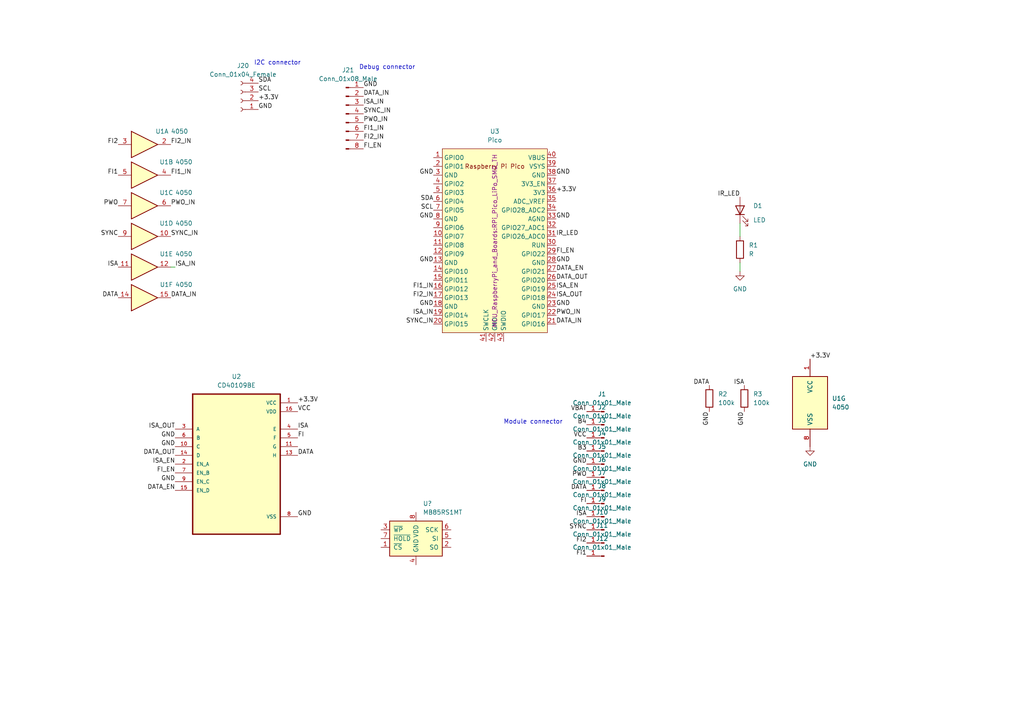
<source format=kicad_sch>
(kicad_sch (version 20211123) (generator eeschema)
  (paper "A4")
  (lib_symbols
    (symbol "4xxx:4050" (pin_names (offset 1.016))
      (property "Reference" "U" (at 0 1.27 0))
      (property "Value" "4050" (at 0 -1.27 0))
      (symbol "4050_1_0"
        (polyline (pts (xy -3.81 3.81) (xy -3.81 -3.81) (xy 3.81 0) (xy -3.81 3.81)) (stroke (width 0.254)) (fill (type background)))
        (pin output line (at 7.62 0 180) (length 3.81) (name "~") (number "2"))
        (pin input line (at -7.62 0 0) (length 3.81) (name "~") (number "3"))
      )
      (symbol "4050_2_0"
        (polyline (pts (xy -3.81 3.81) (xy -3.81 -3.81) (xy 3.81 0) (xy -3.81 3.81)) (stroke (width 0.254)) (fill (type background)))
        (pin output line (at 7.62 0 180) (length 3.81) (name "~") (number "4"))
        (pin input line (at -7.62 0 0) (length 3.81) (name "~") (number "5"))
      )
      (symbol "4050_3_0"
        (polyline (pts (xy -3.81 3.81) (xy -3.81 -3.81) (xy 3.81 0) (xy -3.81 3.81)) (stroke (width 0.254)) (fill (type background)))
        (pin output line (at 7.62 0 180) (length 3.81) (name "~") (number "6"))
        (pin input line (at -7.62 0 0) (length 3.81) (name "~") (number "7"))
      )
      (symbol "4050_4_0"
        (polyline (pts (xy -3.81 3.81) (xy -3.81 -3.81) (xy 3.81 0) (xy -3.81 3.81)) (stroke (width 0.254)) (fill (type background)))
        (pin output line (at 7.62 0 180) (length 3.81) (name "~") (number "10"))
        (pin input line (at -7.62 0 0) (length 3.81) (name "~") (number "9"))
      )
      (symbol "4050_5_0"
        (polyline (pts (xy -3.81 3.81) (xy -3.81 -3.81) (xy 3.81 0) (xy -3.81 3.81)) (stroke (width 0.254)) (fill (type background)))
        (pin input line (at -7.62 0 0) (length 3.81) (name "~") (number "11"))
        (pin output line (at 7.62 0 180) (length 3.81) (name "~") (number "12"))
      )
      (symbol "4050_6_0"
        (polyline (pts (xy -3.81 3.81) (xy -3.81 -3.81) (xy 3.81 0) (xy -3.81 3.81)) (stroke (width 0.254)) (fill (type background)))
        (pin input line (at -7.62 0 0) (length 3.81) (name "~") (number "14"))
        (pin output line (at 7.62 0 180) (length 3.81) (name "~") (number "15"))
      )
      (symbol "4050_7_0"
        (pin power_in line (at 0 12.7 270) (length 5.08) (name "VCC") (number "1"))
        (pin power_in line (at 0 -12.7 90) (length 5.08) (name "VSS") (number "8"))
      )
      (symbol "4050_7_1"
        (rectangle (start -5.08 7.62) (end 5.08 -7.62) (stroke (width 0.254)) (fill (type background)))
      )
    )
    (symbol "CD40109BE:CD40109BE" (pin_names (offset 1.016))
      (property "Reference" "U" (at -12.7 21.32 0))
      (property "Value" "CD40109BE" (at -12.7 -24.32 0))
      (symbol "CD40109BE_0_0"
        (rectangle (start -12.7 -20.32) (end 12.7 20.32) (stroke (width 0.41)) (fill (type background)))
        (pin power_in line (at 17.78 17.78 180) (length 5.08) (name "VCC") (number "1"))
        (pin input line (at -17.78 5.08 0) (length 5.08) (name "C") (number "10"))
        (pin output line (at 17.78 5.08 180) (length 5.08) (name "G") (number "11"))
        (pin output line (at 17.78 2.54 180) (length 5.08) (name "H") (number "13"))
        (pin input line (at -17.78 2.54 0) (length 5.08) (name "D") (number "14"))
        (pin input line (at -17.78 -7.62 0) (length 5.08) (name "EN_D") (number "15"))
        (pin power_in line (at 17.78 15.24 180) (length 5.08) (name "VDD") (number "16"))
        (pin input line (at -17.78 0 0) (length 5.08) (name "EN_A") (number "2"))
        (pin input line (at -17.78 10.16 0) (length 5.08) (name "A") (number "3"))
        (pin output line (at 17.78 10.16 180) (length 5.08) (name "E") (number "4"))
        (pin output line (at 17.78 7.62 180) (length 5.08) (name "F") (number "5"))
        (pin input line (at -17.78 7.62 0) (length 5.08) (name "B") (number "6"))
        (pin input line (at -17.78 -2.54 0) (length 5.08) (name "EN_B") (number "7"))
        (pin power_in line (at 17.78 -15.24 180) (length 5.08) (name "VSS") (number "8"))
        (pin input line (at -17.78 -5.08 0) (length 5.08) (name "EN_C") (number "9"))
      )
    )
    (symbol "Connector:Conn_01x01_Male" (pin_names (offset 1.016) hide)
      (property "Reference" "J" (at 0 2.54 0))
      (property "Value" "Conn_01x01_Male" (at 0 -2.54 0))
      (symbol "Conn_01x01_Male_1_1"
        (polyline (pts (xy 1.27 0) (xy 0.8636 0)) (stroke (width 0.1524)))
        (rectangle (start 0.8636 0.127) (end 0 -0.127) (stroke (width 0.1524)) (fill (type outline)))
        (pin passive line (at 5.08 0 180) (length 3.81) (name "Pin_1") (number "1"))
      )
    )
    (symbol "Connector:Conn_01x04_Female" (pin_names (offset 1.016) hide)
      (property "Reference" "J" (at 0 5.08 0))
      (property "Value" "Conn_01x04_Female" (at 0 -7.62 0))
      (symbol "Conn_01x04_Female_1_1"
        (arc (start 0 -4.572) (mid -0.508 -5.08) (end 0 -5.588) (stroke (width 0.1524)))
        (arc (start 0 -2.032) (mid -0.508 -2.54) (end 0 -3.048) (stroke (width 0.1524)))
        (polyline (pts (xy -1.27 -5.08) (xy -0.508 -5.08)) (stroke (width 0.1524)))
        (polyline (pts (xy -1.27 -2.54) (xy -0.508 -2.54)) (stroke (width 0.1524)))
        (polyline (pts (xy -1.27 0) (xy -0.508 0)) (stroke (width 0.1524)))
        (polyline (pts (xy -1.27 2.54) (xy -0.508 2.54)) (stroke (width 0.1524)))
        (arc (start 0 0.508) (mid -0.508 0) (end 0 -0.508) (stroke (width 0.1524)))
        (arc (start 0 3.048) (mid -0.508 2.54) (end 0 2.032) (stroke (width 0.1524)))
        (pin passive line (at -5.08 2.54 0) (length 3.81) (name "Pin_1") (number "1"))
        (pin passive line (at -5.08 0 0) (length 3.81) (name "Pin_2") (number "2"))
        (pin passive line (at -5.08 -2.54 0) (length 3.81) (name "Pin_3") (number "3"))
        (pin passive line (at -5.08 -5.08 0) (length 3.81) (name "Pin_4") (number "4"))
      )
    )
    (symbol "Connector:Conn_01x08_Male" (pin_names (offset 1.016) hide)
      (property "Reference" "J" (at 0 10.16 0))
      (property "Value" "Conn_01x08_Male" (at 0 -12.7 0))
      (symbol "Conn_01x08_Male_1_1"
        (polyline (pts (xy 1.27 -10.16) (xy 0.8636 -10.16)) (stroke (width 0.1524)))
        (polyline (pts (xy 1.27 -7.62) (xy 0.8636 -7.62)) (stroke (width 0.1524)))
        (polyline (pts (xy 1.27 -5.08) (xy 0.8636 -5.08)) (stroke (width 0.1524)))
        (polyline (pts (xy 1.27 -2.54) (xy 0.8636 -2.54)) (stroke (width 0.1524)))
        (polyline (pts (xy 1.27 0) (xy 0.8636 0)) (stroke (width 0.1524)))
        (polyline (pts (xy 1.27 2.54) (xy 0.8636 2.54)) (stroke (width 0.1524)))
        (polyline (pts (xy 1.27 5.08) (xy 0.8636 5.08)) (stroke (width 0.1524)))
        (polyline (pts (xy 1.27 7.62) (xy 0.8636 7.62)) (stroke (width 0.1524)))
        (rectangle (start 0.8636 -10.033) (end 0 -10.287) (stroke (width 0.1524)) (fill (type outline)))
        (rectangle (start 0.8636 -7.493) (end 0 -7.747) (stroke (width 0.1524)) (fill (type outline)))
        (rectangle (start 0.8636 -4.953) (end 0 -5.207) (stroke (width 0.1524)) (fill (type outline)))
        (rectangle (start 0.8636 -2.413) (end 0 -2.667) (stroke (width 0.1524)) (fill (type outline)))
        (rectangle (start 0.8636 0.127) (end 0 -0.127) (stroke (width 0.1524)) (fill (type outline)))
        (rectangle (start 0.8636 2.667) (end 0 2.413) (stroke (width 0.1524)) (fill (type outline)))
        (rectangle (start 0.8636 5.207) (end 0 4.953) (stroke (width 0.1524)) (fill (type outline)))
        (rectangle (start 0.8636 7.747) (end 0 7.493) (stroke (width 0.1524)) (fill (type outline)))
        (pin passive line (at 5.08 7.62 180) (length 3.81) (name "Pin_1") (number "1"))
        (pin passive line (at 5.08 5.08 180) (length 3.81) (name "Pin_2") (number "2"))
        (pin passive line (at 5.08 2.54 180) (length 3.81) (name "Pin_3") (number "3"))
        (pin passive line (at 5.08 0 180) (length 3.81) (name "Pin_4") (number "4"))
        (pin passive line (at 5.08 -2.54 180) (length 3.81) (name "Pin_5") (number "5"))
        (pin passive line (at 5.08 -5.08 180) (length 3.81) (name "Pin_6") (number "6"))
        (pin passive line (at 5.08 -7.62 180) (length 3.81) (name "Pin_7") (number "7"))
        (pin passive line (at 5.08 -10.16 180) (length 3.81) (name "Pin_8") (number "8"))
      )
    )
    (symbol "Device:LED" (pin_numbers hide) (pin_names (offset 1.016) hide)
      (property "Reference" "D" (at 0 2.54 0))
      (property "Value" "LED" (at 0 -2.54 0))
      (symbol "LED_0_1"
        (polyline (pts (xy -1.27 -1.27) (xy -1.27 1.27)) (stroke (width 0.254)))
        (polyline (pts (xy -1.27 0) (xy 1.27 0)))
        (polyline (pts (xy 1.27 -1.27) (xy 1.27 1.27) (xy -1.27 0) (xy 1.27 -1.27)) (stroke (width 0.254)))
        (polyline (pts (xy -3.048 -0.762) (xy -4.572 -2.286) (xy -3.81 -2.286) (xy -4.572 -2.286) (xy -4.572 -1.524)))
        (polyline (pts (xy -1.778 -0.762) (xy -3.302 -2.286) (xy -2.54 -2.286) (xy -3.302 -2.286) (xy -3.302 -1.524)))
      )
      (symbol "LED_1_1"
        (pin passive line (at -3.81 0 0) (length 2.54) (name "K") (number "1"))
        (pin passive line (at 3.81 0 180) (length 2.54) (name "A") (number "2"))
      )
    )
    (symbol "Device:R" (pin_numbers hide) (pin_names (offset 0))
      (property "Reference" "R" (at 2.032 0 90))
      (property "Value" "R" (at 0 0 90))
      (symbol "R_0_1"
        (rectangle (start -1.016 -2.54) (end 1.016 2.54) (stroke (width 0.254)))
      )
      (symbol "R_1_1"
        (pin passive line (at 0 3.81 270) (length 1.27) (name "~") (number "1"))
        (pin passive line (at 0 -3.81 90) (length 1.27) (name "~") (number "2"))
      )
    )
    (symbol "MCU_RaspberryPi_and_Boards:Pico"
      (property "Reference" "U" (at -13.97 27.94 0))
      (property "Value" "Pico" (at 0 19.05 0))
      (symbol "Pico_0_0"
        (text "Raspberry Pi Pico" (at 0 21.59 0) (effects (font (size 1.27 1.27))))
      )
      (symbol "Pico_0_1"
        (rectangle (start -15.24 26.67) (end 15.24 -26.67) (fill (type background)))
      )
      (symbol "Pico_1_1"
        (pin bidirectional line (at -17.78 24.13 0) (length 2.54) (name "GPIO0") (number "1"))
        (pin bidirectional line (at -17.78 1.27 0) (length 2.54) (name "GPIO7") (number "10"))
        (pin bidirectional line (at -17.78 -1.27 0) (length 2.54) (name "GPIO8") (number "11"))
        (pin bidirectional line (at -17.78 -3.81 0) (length 2.54) (name "GPIO9") (number "12"))
        (pin power_in line (at -17.78 -6.35 0) (length 2.54) (name "GND") (number "13"))
        (pin bidirectional line (at -17.78 -8.89 0) (length 2.54) (name "GPIO10") (number "14"))
        (pin bidirectional line (at -17.78 -11.43 0) (length 2.54) (name "GPIO11") (number "15"))
        (pin bidirectional line (at -17.78 -13.97 0) (length 2.54) (name "GPIO12") (number "16"))
        (pin bidirectional line (at -17.78 -16.51 0) (length 2.54) (name "GPIO13") (number "17"))
        (pin power_in line (at -17.78 -19.05 0) (length 2.54) (name "GND") (number "18"))
        (pin bidirectional line (at -17.78 -21.59 0) (length 2.54) (name "GPIO14") (number "19"))
        (pin bidirectional line (at -17.78 21.59 0) (length 2.54) (name "GPIO1") (number "2"))
        (pin bidirectional line (at -17.78 -24.13 0) (length 2.54) (name "GPIO15") (number "20"))
        (pin bidirectional line (at 17.78 -24.13 180) (length 2.54) (name "GPIO16") (number "21"))
        (pin bidirectional line (at 17.78 -21.59 180) (length 2.54) (name "GPIO17") (number "22"))
        (pin power_in line (at 17.78 -19.05 180) (length 2.54) (name "GND") (number "23"))
        (pin bidirectional line (at 17.78 -16.51 180) (length 2.54) (name "GPIO18") (number "24"))
        (pin bidirectional line (at 17.78 -13.97 180) (length 2.54) (name "GPIO19") (number "25"))
        (pin bidirectional line (at 17.78 -11.43 180) (length 2.54) (name "GPIO20") (number "26"))
        (pin bidirectional line (at 17.78 -8.89 180) (length 2.54) (name "GPIO21") (number "27"))
        (pin power_in line (at 17.78 -6.35 180) (length 2.54) (name "GND") (number "28"))
        (pin bidirectional line (at 17.78 -3.81 180) (length 2.54) (name "GPIO22") (number "29"))
        (pin power_in line (at -17.78 19.05 0) (length 2.54) (name "GND") (number "3"))
        (pin input line (at 17.78 -1.27 180) (length 2.54) (name "RUN") (number "30"))
        (pin bidirectional line (at 17.78 1.27 180) (length 2.54) (name "GPIO26_ADC0") (number "31"))
        (pin bidirectional line (at 17.78 3.81 180) (length 2.54) (name "GPIO27_ADC1") (number "32"))
        (pin power_in line (at 17.78 6.35 180) (length 2.54) (name "AGND") (number "33"))
        (pin bidirectional line (at 17.78 8.89 180) (length 2.54) (name "GPIO28_ADC2") (number "34"))
        (pin power_in line (at 17.78 11.43 180) (length 2.54) (name "ADC_VREF") (number "35"))
        (pin power_in line (at 17.78 13.97 180) (length 2.54) (name "3V3") (number "36"))
        (pin input line (at 17.78 16.51 180) (length 2.54) (name "3V3_EN") (number "37"))
        (pin bidirectional line (at 17.78 19.05 180) (length 2.54) (name "GND") (number "38"))
        (pin power_in line (at 17.78 21.59 180) (length 2.54) (name "VSYS") (number "39"))
        (pin bidirectional line (at -17.78 16.51 0) (length 2.54) (name "GPIO2") (number "4"))
        (pin power_in line (at 17.78 24.13 180) (length 2.54) (name "VBUS") (number "40"))
        (pin input line (at -2.54 -29.21 90) (length 2.54) (name "SWCLK") (number "41"))
        (pin power_in line (at 0 -29.21 90) (length 2.54) (name "GND") (number "42"))
        (pin bidirectional line (at 2.54 -29.21 90) (length 2.54) (name "SWDIO") (number "43"))
        (pin bidirectional line (at -17.78 13.97 0) (length 2.54) (name "GPIO3") (number "5"))
        (pin bidirectional line (at -17.78 11.43 0) (length 2.54) (name "GPIO4") (number "6"))
        (pin bidirectional line (at -17.78 8.89 0) (length 2.54) (name "GPIO5") (number "7"))
        (pin power_in line (at -17.78 6.35 0) (length 2.54) (name "GND") (number "8"))
        (pin bidirectional line (at -17.78 3.81 0) (length 2.54) (name "GPIO6") (number "9"))
      )
    )
    (symbol "Memory_NVRAM:MB85RS1MT" (pin_names (offset 1.016))
      (property "Reference" "U" (at -7.62 6.35 0))
      (property "Value" "MB85RS1MT" (at 1.27 6.35 0))
      (symbol "MB85RS1MT_0_1"
        (rectangle (start -7.62 5.08) (end 7.62 -5.08) (stroke (width 0.254)) (fill (type background)))
      )
      (symbol "MB85RS1MT_1_1"
        (pin input line (at -10.16 -2.54 0) (length 2.54) (name "~{CS}") (number "1"))
        (pin output line (at 10.16 -2.54 180) (length 2.54) (name "SO") (number "2"))
        (pin input line (at -10.16 2.54 0) (length 2.54) (name "~{WP}") (number "3"))
        (pin power_in line (at 0 -7.62 90) (length 2.54) (name "GND") (number "4"))
        (pin input line (at 10.16 0 180) (length 2.54) (name "SI") (number "5"))
        (pin input line (at 10.16 2.54 180) (length 2.54) (name "SCK") (number "6"))
        (pin input line (at -10.16 0 0) (length 2.54) (name "~{HOLD}") (number "7"))
        (pin power_in line (at 0 7.62 270) (length 2.54) (name "VDD") (number "8"))
      )
    )
    (symbol "power:GND" (power) (pin_names (offset 0))
      (property "Value" "GND" (at 0 -3.81 0))
      (symbol "GND_0_1"
        (polyline (pts (xy 0 0) (xy 0 -1.27) (xy 1.27 -1.27) (xy 0 -2.54) (xy -1.27 -1.27) (xy 0 -1.27)))
      )
      (symbol "GND_1_1"
        (pin power_in line (at 0 0 270) (length 0) hide (name "GND") (number "1"))
      )
    )
  )
  (wire (pts (xy 214.63 76.2) (xy 214.63 78.74)))
  (wire (pts (xy 50.8 77.47) (xy 49.53 77.47)))
  (wire (pts (xy 214.63 64.77) (xy 214.63 68.58)))
  (text "Debug connector" (at 104.14 20.32 0) (effects (font (size 1.27 1.27)) (justify left bottom)))
  (text "I2C connector" (at 73.66 19.05 0) (effects (font (size 1.27 1.27)) (justify left bottom)))
  (text "Module connector" (at 146.05 123.19 0) (effects (font (size 1.27 1.27)) (justify left bottom)))
  (label "VCC" (at 86.36 119.38 0))
  (label "FI2" (at 34.29 41.91 180))
  (label "FI1_IN" (at 125.73 83.82 180))
  (label "GND" (at 205.74 119.38 270))
  (label "SYNC_IN" (at 49.53 68.58 0))
  (label "GND" (at 105.41 25.4 0))
  (label "SYNC" (at 170.18 153.67 180))
  (label "DATA" (at 170.18 142.24 180))
  (label "DATA_OUT" (at 161.29 81.28 0))
  (label "GND" (at 125.73 76.2 180))
  (label "SYNC_IN" (at 125.73 93.98 180))
  (label "FI_EN" (at 105.41 43.18 0))
  (label "ISA" (at 170.18 149.86 180))
  (label "ISA_EN" (at 161.29 83.82 0))
  (label "GND" (at 161.29 76.2 0))
  (label "ISA" (at 86.36 124.46 0))
  (label "GND" (at 215.9 119.38 270))
  (label "PWO_IN" (at 49.53 59.69 0))
  (label "GND" (at 161.29 63.5 0))
  (label "Fi2" (at 170.18 157.48 180))
  (label "GND" (at 161.29 50.8 0))
  (label "DATA" (at 34.29 86.36 180))
  (label "FI1_IN" (at 105.41 38.1 0))
  (label "FI1_IN" (at 49.53 50.8 0))
  (label "B3" (at 170.18 130.81 180))
  (label "ISA_IN" (at 105.41 30.48 0))
  (label "ISA_IN" (at 50.8 77.47 0))
  (label "GND" (at 50.8 127 180))
  (label "GND" (at 50.8 129.54 180))
  (label "ISA" (at 34.29 77.47 180))
  (label "+3.3V" (at 74.93 29.21 0))
  (label "SYNC" (at 34.29 68.58 180))
  (label "DATA_OUT" (at 50.8 132.08 180))
  (label "ISA_OUT" (at 50.8 124.46 180))
  (label "GND" (at 161.29 88.9 0))
  (label "FI_EN" (at 161.29 73.66 0))
  (label "PWO" (at 34.29 59.69 180))
  (label "GND" (at 125.73 63.5 180))
  (label "FI_EN" (at 50.8 137.16 180))
  (label "Fi1" (at 170.18 161.29 180))
  (label "+3.3V" (at 86.36 116.84 0))
  (label "+3.3V" (at 234.95 104.14 0))
  (label "ISA_IN" (at 125.73 91.44 180))
  (label "VCC" (at 170.18 127 180))
  (label "IR_LED" (at 214.63 57.15 180))
  (label "FI2_IN" (at 105.41 40.64 0))
  (label "SCL" (at 125.73 60.96 180))
  (label "IR_LED" (at 161.29 68.58 0))
  (label "SDA" (at 125.73 58.42 180))
  (label "GND" (at 50.8 139.7 180))
  (label "DATA" (at 86.36 132.08 0))
  (label "DATA_IN" (at 49.53 86.36 0))
  (label "+3.3V" (at 161.29 55.88 0))
  (label "ISA_OUT" (at 161.29 86.36 0))
  (label "FI2_IN" (at 49.53 41.91 0))
  (label "FI2_IN" (at 125.73 86.36 180))
  (label "DATA_EN" (at 161.29 78.74 0))
  (label "FI" (at 170.18 146.05 180))
  (label "ISA_EN" (at 50.8 134.62 180))
  (label "GND" (at 86.36 149.86 0))
  (label "PWO_IN" (at 105.41 35.56 0))
  (label "SDA" (at 74.93 24.13 0))
  (label "DATA_IN" (at 161.29 93.98 0))
  (label "GND" (at 170.18 134.62 180))
  (label "DATA" (at 205.74 111.76 180))
  (label "PWO_IN" (at 161.29 91.44 0))
  (label "B4" (at 170.18 123.19 180))
  (label "FI1" (at 34.29 50.8 180))
  (label "GND" (at 125.73 88.9 180))
  (label "FI" (at 86.36 127 0))
  (label "GND" (at 74.93 31.75 0))
  (label "ISA" (at 215.9 111.76 180))
  (label "DATA_IN" (at 105.41 27.94 0))
  (label "SYNC_IN" (at 105.41 33.02 0))
  (label "GND" (at 125.73 50.8 180))
  (label "SCL" (at 74.93 26.67 0))
  (label "VBAT" (at 170.18 119.38 180))
  (label "PWO" (at 170.18 138.43 180))
  (label "DATA_EN" (at 50.8 142.24 180))
  (symbol (lib_id "Connector:Conn_01x01_Male") (at 175.26 138.43 180) (unit 1)
    (property "Reference" "J6" (at 174.625 133.35 0))
    (property "Value" "Conn_01x01_Male" (at 174.625 135.89 0))
    (property "Footprint" "TestPoint:TestPoint_Pad_1.0x1.0mm" (effects hide))
  )
  (symbol (lib_id "4xxx:4050") (at 41.91 77.47 0) (unit 5)
    (property "Reference" "U1" (at 48.26 73.66 0))
    (property "Value" "4050" (at 53.34 73.66 0))
    (property "Footprint" "KiCad_lib:SO16" (effects hide))
    (property "Datasheet" "http://www.intersil.com/content/dam/intersil/documents/cd40/cd4050bms.pdf" (effects hide))
  )
  (symbol (lib_id "power:GND") (at 214.63 78.74 0) (unit 1)
    (property "Reference" "#PWR0104" (effects hide))
    (property "Value" "GND" (at 214.63 83.82 0))
  )
  (symbol (lib_id "Connector:Conn_01x01_Male") (at 175.26 123.19 180) (unit 1)
    (property "Reference" "J2" (at 174.625 118.11 0))
    (property "Value" "Conn_01x01_Male" (at 174.625 120.65 0))
    (property "Footprint" "TestPoint:TestPoint_Pad_1.0x1.0mm" (effects hide))
  )
  (symbol (lib_id "Device:R") (at 214.63 72.39 0) (unit 1)
    (property "Reference" "R1" (at 217.17 71.1199 0) (effects (justify left)))
    (property "Value" "R" (at 217.17 73.6599 0) (effects (justify left)))
    (property "Footprint" "Resistor_THT:R_Axial_DIN0207_L6.3mm_D2.5mm_P7.62mm_Horizontal" (effects hide))
  )
  (symbol (lib_id "4xxx:4050") (at 41.91 68.58 0) (unit 4)
    (property "Reference" "U1" (at 48.26 64.77 0))
    (property "Value" "4050" (at 53.34 64.77 0))
    (property "Footprint" "KiCad_lib:SO16" (effects hide))
    (property "Datasheet" "http://www.intersil.com/content/dam/intersil/documents/cd40/cd4050bms.pdf" (effects hide))
  )
  (symbol (lib_id "Connector:Conn_01x01_Male") (at 175.26 161.29 180) (unit 1)
    (property "Reference" "J12" (at 174.625 156.21 0))
    (property "Value" "Conn_01x01_Male" (at 174.625 158.75 0))
    (property "Footprint" "TestPoint:TestPoint_Pad_1.0x1.0mm" (effects hide))
  )
  (symbol (lib_id "4xxx:4050") (at 41.91 86.36 0) (unit 6)
    (property "Reference" "U1" (at 48.26 82.55 0))
    (property "Value" "4050" (at 53.34 82.55 0))
    (property "Footprint" "KiCad_lib:SO16" (effects hide))
    (property "Datasheet" "http://www.intersil.com/content/dam/intersil/documents/cd40/cd4050bms.pdf" (effects hide))
  )
  (symbol (lib_id "Connector:Conn_01x01_Male") (at 175.26 119.38 180) (unit 1)
    (property "Reference" "J1" (at 174.625 114.3 0))
    (property "Value" "Conn_01x01_Male" (at 174.625 116.84 0))
    (property "Footprint" "TestPoint:TestPoint_Pad_1.0x1.0mm" (effects hide))
  )
  (symbol (lib_id "Connector:Conn_01x01_Male") (at 175.26 134.62 180) (unit 1)
    (property "Reference" "J5" (at 174.625 129.54 0))
    (property "Value" "Conn_01x01_Male" (at 174.625 132.08 0))
    (property "Footprint" "TestPoint:TestPoint_Pad_1.0x1.0mm" (effects hide))
  )
  (symbol (lib_id "Connector:Conn_01x01_Male") (at 175.26 146.05 180) (unit 1)
    (property "Reference" "J8" (at 174.625 140.97 0))
    (property "Value" "Conn_01x01_Male" (at 174.625 143.51 0))
    (property "Footprint" "TestPoint:TestPoint_Pad_1.0x1.0mm" (effects hide))
  )
  (symbol (lib_id "Device:LED") (at 214.63 60.96 90) (unit 1)
    (property "Reference" "D1" (at 218.44 59.69 90) (effects (justify right)))
    (property "Value" "LED" (at 218.44 63.8174 90) (effects (justify right)))
    (property "Footprint" "LED_THT:LED_D3.0mm" (effects hide))
  )
  (symbol (lib_id "Connector:Conn_01x01_Male") (at 175.26 153.67 180) (unit 1)
    (property "Reference" "J10" (at 174.625 148.59 0))
    (property "Value" "Conn_01x01_Male" (at 174.625 151.13 0))
    (property "Footprint" "TestPoint:TestPoint_Pad_1.0x1.0mm" (effects hide))
  )
  (symbol (lib_id "Device:R") (at 215.9 115.57 0) (unit 1)
    (property "Reference" "R3" (at 218.44 114.2999 0) (effects (justify left)))
    (property "Value" "100k" (at 218.44 116.8399 0) (effects (justify left)))
    (property "Footprint" "Resistor_THT:R_Axial_DIN0207_L6.3mm_D2.5mm_P7.62mm_Horizontal" (effects hide))
  )
  (symbol (lib_id "4xxx:4050") (at 41.91 59.69 0) (unit 3)
    (property "Reference" "U1" (at 48.26 55.88 0))
    (property "Value" "4050" (at 53.34 55.88 0))
    (property "Footprint" "KiCad_lib:SO16" (effects hide))
    (property "Datasheet" "http://www.intersil.com/content/dam/intersil/documents/cd40/cd4050bms.pdf" (effects hide))
  )
  (symbol (lib_id "Connector:Conn_01x01_Male") (at 175.26 130.81 180) (unit 1)
    (property "Reference" "J4" (at 174.625 125.73 0))
    (property "Value" "Conn_01x01_Male" (at 174.625 128.27 0))
    (property "Footprint" "TestPoint:TestPoint_Pad_1.0x1.0mm" (effects hide))
  )
  (symbol (lib_id "power:GND") (at 234.95 129.54 0) (unit 1)
    (property "Reference" "#PWR0103" (effects hide))
    (property "Value" "GND" (at 234.95 134.62 0))
  )
  (symbol (lib_id "Connector:Conn_01x04_Female") (at 69.85 29.21 180) (unit 1)
    (property "Reference" "J20" (at 70.485 19.05 0))
    (property "Value" "Conn_01x04_Female" (at 70.485 21.59 0))
    (property "Footprint" "Connector_PinHeader_2.54mm:PinHeader_1x04_P2.54mm_Vertical" (effects hide))
  )
  (symbol (lib_id "4xxx:4050") (at 234.95 116.84 0) (unit 7)
    (property "Reference" "U1" (at 241.3 115.5699 0) (effects (justify left)))
    (property "Value" "4050" (at 241.3 118.1099 0) (effects (justify left)))
    (property "Footprint" "KiCad_lib:SO16" (effects hide))
    (property "Datasheet" "http://www.intersil.com/content/dam/intersil/documents/cd40/cd4050bms.pdf" (effects hide))
  )
  (symbol (lib_id "4xxx:4050") (at 41.91 41.91 0) (unit 1)
    (property "Reference" "U1" (at 46.99 38.1 0))
    (property "Value" "4050" (at 52.07 38.1 0))
    (property "Footprint" "KiCad_lib:SO16" (effects hide))
    (property "Datasheet" "http://www.intersil.com/content/dam/intersil/documents/cd40/cd4050bms.pdf" (effects hide))
  )
  (symbol (lib_id "4xxx:4050") (at 41.91 50.8 0) (unit 2)
    (property "Reference" "U1" (at 48.26 46.99 0))
    (property "Value" "4050" (at 53.34 46.99 0))
    (property "Footprint" "KiCad_lib:SO16" (effects hide))
    (property "Datasheet" "http://www.intersil.com/content/dam/intersil/documents/cd40/cd4050bms.pdf" (effects hide))
  )
  (symbol (lib_id "Memory_NVRAM:MB85RS1MT") (at 120.65 156.21 0) (unit 1)
    (property "Reference" "U?" (at 122.6694 146.05 0) (effects (justify left)))
    (property "Value" "MB85RS1MT" (at 122.6694 148.59 0) (effects (justify left)))
    (property "Datasheet" "http://www.fujitsu.com/downloads/MICRO/fsa/pdf/products/memory/fram/MB85RS16-DS501-00014-6v0-E.pdf" (effects hide))
  )
  (symbol (lib_id "Device:R") (at 205.74 115.57 0) (unit 1)
    (property "Reference" "R2" (at 208.28 114.2999 0) (effects (justify left)))
    (property "Value" "100k" (at 208.28 116.8399 0) (effects (justify left)))
    (property "Footprint" "Resistor_THT:R_Axial_DIN0207_L6.3mm_D2.5mm_P7.62mm_Horizontal" (effects hide))
  )
  (symbol (lib_id "Connector:Conn_01x01_Male") (at 175.26 149.86 180) (unit 1)
    (property "Reference" "J9" (at 174.625 144.78 0))
    (property "Value" "Conn_01x01_Male" (at 174.625 147.32 0))
    (property "Footprint" "TestPoint:TestPoint_Pad_1.0x1.0mm" (effects hide))
  )
  (symbol (lib_id "CD40109BE:CD40109BE") (at 68.58 134.62 0) (unit 1)
    (property "Reference" "U2" (at 68.58 109.22 0))
    (property "Value" "CD40109BE" (at 68.58 111.76 0))
    (property "Footprint" "KiCad_lib:SO16" (effects hide))
    (property "MF" "Texas Instruments" (effects hide))
    (property "Description" "\nCMOS Quad Low-to-High Voltage Level Shifter (20V Rating)\n" (effects hide))
    (property "Package" "PDIP-16 Texas Instruments" (effects hide))
    (property "Price" "None" (effects hide))
    (property "SnapEDA_Link" "https://www.snapeda.com/parts/CD40109BE/Texas+Instruments/view-part/?ref=snap" (effects hide))
    (property "MP" "CD40109BE" (effects hide))
    (property "Purchase-URL" "https://www.snapeda.com/api/url_track_click_mouser/?unipart_id=78965&manufacturer=Texas Instruments&part_name=CD40109BE&search_term=None" (effects hide))
    (property "Availability" "In Stock" (effects hide))
    (property "Check_prices" "https://www.snapeda.com/parts/CD40109BE/Texas+Instruments/view-part/?ref=eda" (effects hide))
  )
  (symbol (lib_id "Connector:Conn_01x01_Male") (at 175.26 142.24 180) (unit 1)
    (property "Reference" "J7" (at 174.625 137.16 0))
    (property "Value" "Conn_01x01_Male" (at 174.625 139.7 0))
    (property "Footprint" "TestPoint:TestPoint_Pad_1.0x1.0mm" (effects hide))
  )
  (symbol (lib_id "Connector:Conn_01x01_Male") (at 175.26 127 180) (unit 1)
    (property "Reference" "J3" (at 174.625 121.92 0))
    (property "Value" "Conn_01x01_Male" (at 174.625 124.46 0))
    (property "Footprint" "TestPoint:TestPoint_Pad_1.0x1.0mm" (effects hide))
  )
  (symbol (lib_id "Connector:Conn_01x01_Male") (at 175.26 157.48 180) (unit 1)
    (property "Reference" "J11" (at 174.625 152.4 0))
    (property "Value" "Conn_01x01_Male" (at 174.625 154.94 0))
    (property "Footprint" "TestPoint:TestPoint_Pad_1.0x1.0mm" (effects hide))
  )
  (symbol (lib_id "Connector:Conn_01x08_Male") (at 100.33 33.02 0) (unit 1)
    (property "Reference" "J21" (at 100.965 20.32 0))
    (property "Value" "Conn_01x08_Male" (at 100.965 22.86 0))
    (property "Footprint" "Connector_PinSocket_2.54mm:PinSocket_1x08_P2.54mm_Vertical" (effects hide))
  )
  (symbol (lib_id "MCU_RaspberryPi_and_Boards:Pico") (at 143.51 69.85 0) (unit 1)
    (property "Reference" "U3" (at 143.51 38.1 0))
    (property "Value" "Pico" (at 143.51 40.64 0))
    (property "Footprint" "MCU_RaspberryPi_and_Boards:RPi_Pico_LiPo_SMD_TH" (at 143.51 69.85 90))
  )
)
</source>
